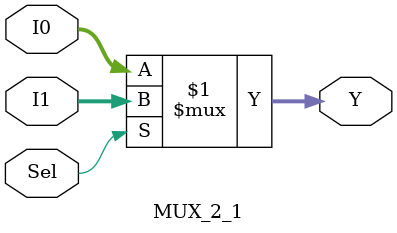
<source format=v>
module MUX_2_1 #(
    parameter WIDTH = 32
) (
    input [WIDTH-1:0] I0, I1,
    input Sel,
    output [WIDTH-1:0] Y
);
    assign Y = Sel ? I1 : I0;    
endmodule
</source>
